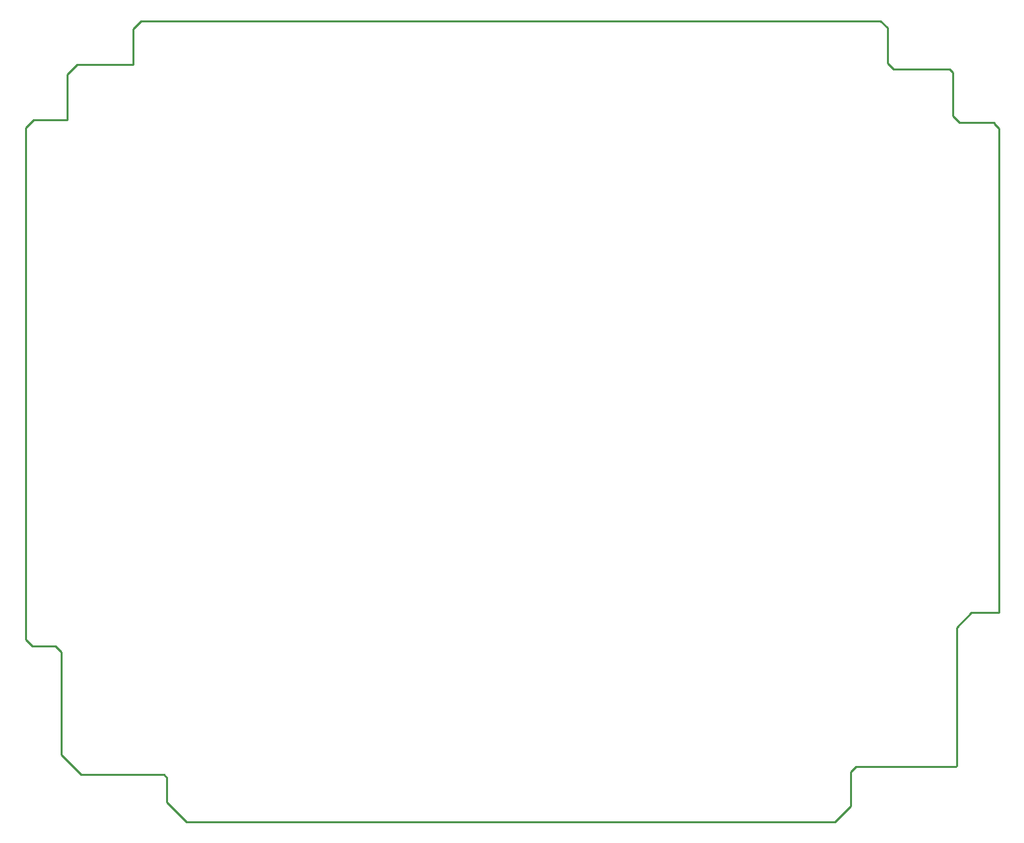
<source format=gko>
G04 Layer name: Board Outline Layer*
G04 Generated by EasyEDA v1.3.13.eb2668, 2021-11-16 08:35:18*
G04 Gerber Generator version 0.3*
G04 Scale: 100 percent, Rotated: No, Reflected: No*
G04 Dimensions in inches*
G04 Leading zeros omitted, absolute positions, 5 integers and 5 decimals*
%FSLAX55Y55*%
%MOIN*%
%ADD10C,0.01*%
G75*


G04 PolygonModel Start*
G54D10*
G01X-14500Y7000D02*
G01X-14500Y-252000D01*
G01X-12500Y-254000D01*
G01X-11639Y-254861D01*
G01X-11000Y-255500D01*
G01X500D01*
G01X3500Y-258500D01*
G01Y-259000D01*
G01Y-310500D01*
G01X13500Y-320500D01*
G01X55500D01*
G01X57000Y-322000D01*
G01Y-334500D01*
G01X67000Y-344500D01*
G01X395000D01*
G01X403000Y-336500D01*
G01Y-319000D01*
G01X405500Y-316500D01*
G01X456000D01*
G01X456500Y-316000D01*
G01Y-246000D01*
G01X464000Y-238500D01*
G01X478000D01*
G01Y6500D01*
G01X475500Y9000D01*
G01Y9500D01*
G01X458000D01*
G01X454500Y13000D01*
G01Y35000D01*
G01X453000Y36500D01*
G01X424500D01*
G01X421500Y39500D01*
G01Y57500D01*
G01X418000Y61000D01*
G01X44000D01*
G01X40000Y57000D01*
G01Y39000D01*
G01X11500D01*
G01X6500Y34000D01*
G01Y11000D01*
G01X-10500D01*
G01X-14500Y7000D01*
G04 PolygonModel End*

M02*

</source>
